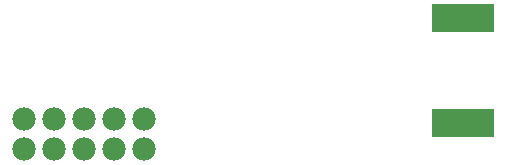
<source format=gbs>
G75*
%MOIN*%
%OFA0B0*%
%FSLAX25Y25*%
%IPPOS*%
%LPD*%
%AMOC8*
5,1,8,0,0,1.08239X$1,22.5*
%
%ADD10C,0.07800*%
%ADD11R,0.20800X0.09800*%
D10*
X0018193Y0045000D03*
X0028193Y0045000D03*
X0038193Y0045000D03*
X0048193Y0045000D03*
X0058193Y0045000D03*
X0058193Y0055000D03*
X0048193Y0055000D03*
X0038193Y0055000D03*
X0028193Y0055000D03*
X0018193Y0055000D03*
D11*
X0164628Y0053850D03*
X0164628Y0088650D03*
M02*

</source>
